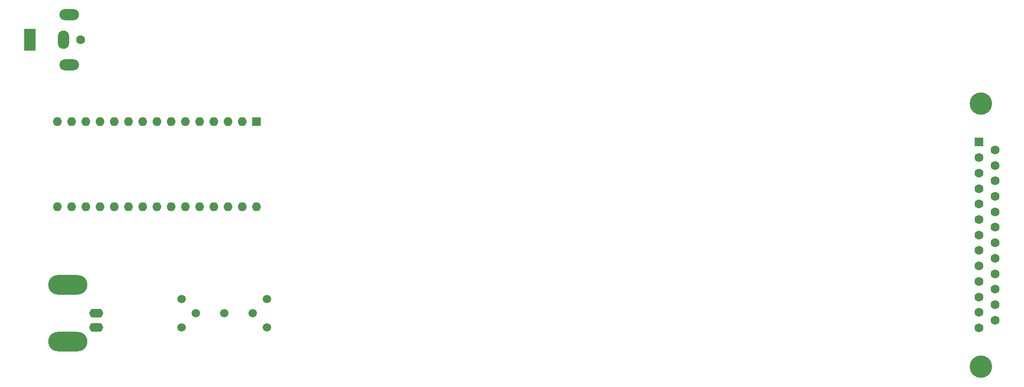
<source format=gbr>
%TF.GenerationSoftware,KiCad,Pcbnew,(6.0.9)*%
%TF.CreationDate,2023-02-20T09:51:29-08:00*%
%TF.ProjectId,RF_control_board_v2,52465f63-6f6e-4747-926f-6c5f626f6172,rev?*%
%TF.SameCoordinates,Original*%
%TF.FileFunction,Soldermask,Bot*%
%TF.FilePolarity,Negative*%
%FSLAX46Y46*%
G04 Gerber Fmt 4.6, Leading zero omitted, Abs format (unit mm)*
G04 Created by KiCad (PCBNEW (6.0.9)) date 2023-02-20 09:51:29*
%MOMM*%
%LPD*%
G01*
G04 APERTURE LIST*
%ADD10R,1.600000X1.600000*%
%ADD11C,1.600000*%
%ADD12C,4.000000*%
%ADD13O,1.600000X1.600000*%
%ADD14C,1.498600*%
%ADD15O,2.500000X1.600000*%
%ADD16O,7.000000X3.500000*%
%ADD17R,2.000000X4.000000*%
%ADD18O,2.000000X3.300000*%
%ADD19O,3.500000X2.000000*%
G04 APERTURE END LIST*
D10*
%TO.C,J2*%
X204659669Y-98945000D03*
D11*
X204659669Y-101715000D03*
X204659669Y-104485000D03*
X204659669Y-107255000D03*
X204659669Y-110025000D03*
X204659669Y-112795000D03*
X204659669Y-115565000D03*
X204659669Y-118335000D03*
X204659669Y-121105000D03*
X204659669Y-123875000D03*
X204659669Y-126645000D03*
X204659669Y-129415000D03*
X204659669Y-132185000D03*
X207499669Y-100330000D03*
X207499669Y-103100000D03*
X207499669Y-105870000D03*
X207499669Y-108640000D03*
X207499669Y-111410000D03*
X207499669Y-114180000D03*
X207499669Y-116950000D03*
X207499669Y-119720000D03*
X207499669Y-122490000D03*
X207499669Y-125260000D03*
X207499669Y-128030000D03*
X207499669Y-130800000D03*
D12*
X204959669Y-139115000D03*
X204959669Y-92015000D03*
%TD*%
D10*
%TO.C,A1*%
X75565000Y-95250000D03*
D13*
X73025000Y-95250000D03*
X70485000Y-95250000D03*
X67945000Y-95250000D03*
X65405000Y-95250000D03*
X62865000Y-95250000D03*
X60325000Y-95250000D03*
X57785000Y-95250000D03*
X55245000Y-95250000D03*
X52705000Y-95250000D03*
X50165000Y-95250000D03*
X47625000Y-95250000D03*
X45085000Y-95250000D03*
X42545000Y-95250000D03*
X40005000Y-95250000D03*
X40005000Y-110490000D03*
X42545000Y-110490000D03*
X45085000Y-110490000D03*
X47625000Y-110490000D03*
X50165000Y-110490000D03*
X52705000Y-110490000D03*
X55245000Y-110490000D03*
X57785000Y-110490000D03*
X60325000Y-110490000D03*
X62865000Y-110490000D03*
X65405000Y-110490000D03*
X67945000Y-110490000D03*
X70485000Y-110490000D03*
X73025000Y-110490000D03*
X75565000Y-110490000D03*
%TD*%
D14*
%TO.C,SW1*%
X74930000Y-129563226D03*
X69850000Y-129563226D03*
X64770000Y-129563226D03*
X77470000Y-132103226D03*
X62230000Y-132103226D03*
X77470000Y-127023226D03*
X62230000Y-127023226D03*
%TD*%
D15*
%TO.C,J3*%
X46990000Y-129563226D03*
D16*
X41910000Y-124483226D03*
D15*
X46990000Y-132103226D03*
D16*
X41910000Y-134643226D03*
%TD*%
D11*
%TO.C,J1*%
X44140000Y-80645000D03*
D17*
X35140000Y-80645000D03*
D18*
X41140000Y-80645000D03*
D19*
X42140000Y-76145000D03*
X42140000Y-85145000D03*
%TD*%
M02*

</source>
